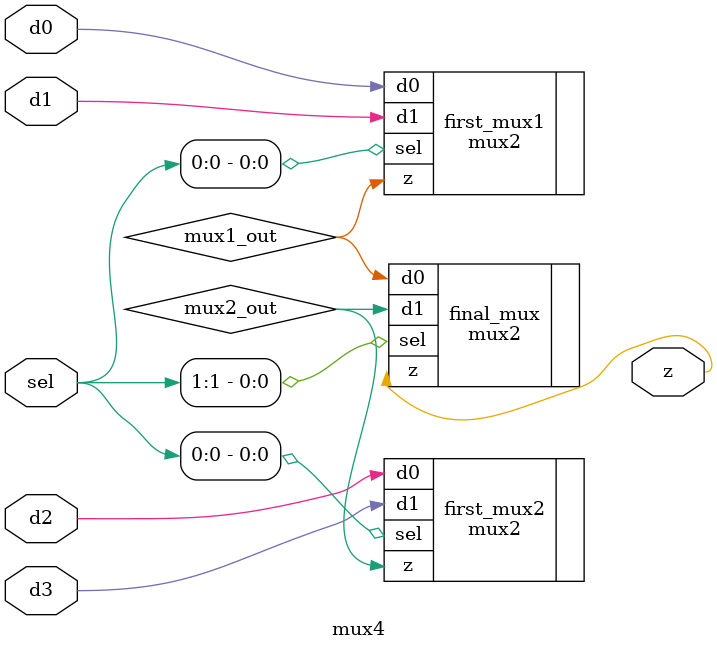
<source format=sv>
module mux4 (
    input logic d0,          // Data input 0
    input logic d1,          // Data input 1
    input logic d2,          // Data input 2
    input logic d3,          // Data input 3
    input logic [1:0] sel,   // Select input
    output logic z           // Output
);
// Internal wires for connecting MUX2 outputs
    logic mux1_out, mux2_out;
    
    // First stage MUX2s
    mux2 first_mux1 (
        .d0(d0),
        .d1(d1),
        .sel(sel[0]),
        .z(mux1_out)
    );
    
    mux2 first_mux2 (
        .d0(d2),
        .d1(d3),
        .sel(sel[0]),
        .z(mux2_out)
    );
    
    // Final stage MUX2
    mux2 final_mux (
        .d0(mux1_out),
        .d1(mux2_out),
        .sel(sel[1]),
        .z(z)
    );
// End of code

endmodule

</source>
